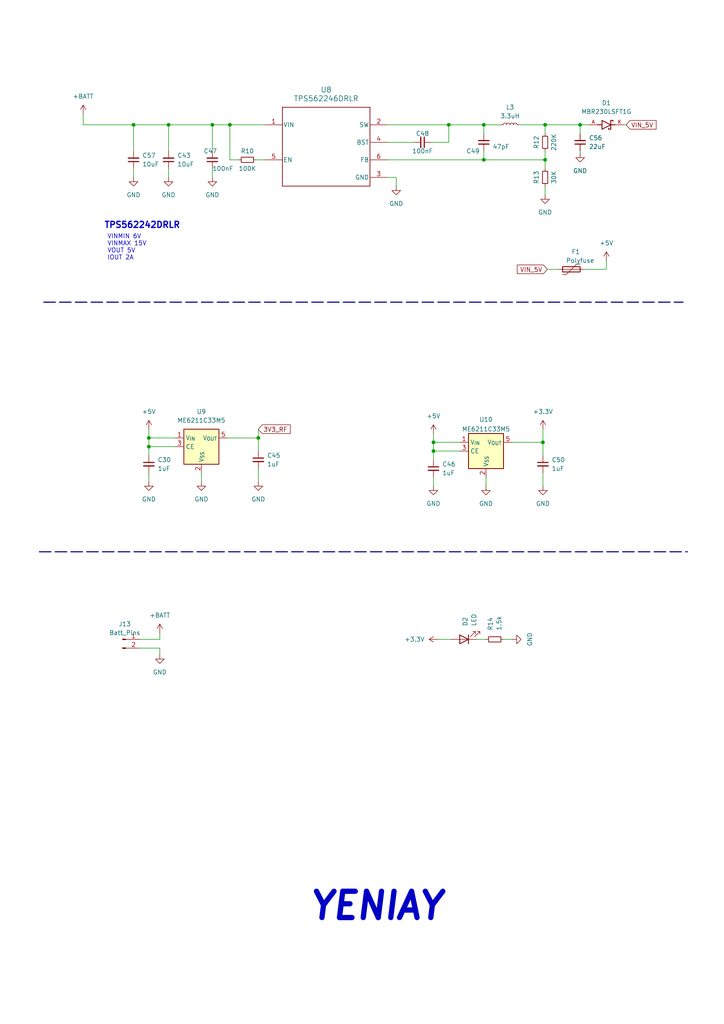
<source format=kicad_sch>
(kicad_sch (version 20231120) (generator "eeschema") (generator_version "8.0")
  (paper "A4" portrait)
  (title_block (title "POWER SECTION"))
  (lib_symbols
    (symbol "2025-02-12_17-10-08:TPS562246DRLR" (pin_names (offset 0.254))
      (property "Reference" "U8" (at 17.78 10.16 0))
      (property "Value" "TPS562246DRLR" (at 17.78 7.62 0))
      (symbol "TPS562246DRLR_0_1"
        (polyline (pts (xy 5.08 -17.78) (xy 30.48 -17.78)) (stroke (width 0.2032)))
        (polyline (pts (xy 5.08 5.08) (xy 5.08 -17.78)) (stroke (width 0.2032)))
        (polyline (pts (xy 30.48 -17.78) (xy 30.48 5.08)) (stroke (width 0.2032)))
        (polyline (pts (xy 30.48 5.08) (xy 5.08 5.08)) (stroke (width 0.2032)))
        (pin power_in line (at 0 0 0) (length 5.08) (name "VIN") (number "1"))
        (pin power_in line (at 35.56 -15.24 180) (length 5.08) (name "GND") (number "3"))
        (pin input line (at 0 -10.16 0) (length 5.08) (name "EN") (number "5"))
      )
      (symbol "TPS562246DRLR_1_1"
        (pin output line (at 35.56 0 180) (length 5.08) (name "SW") (number "2"))
        (pin output line (at 35.56 -5.08 180) (length 5.08) (name "BST") (number "4"))
        (pin output line (at 35.56 -10.16 180) (length 5.08) (name "FB") (number "6"))
      )
    )
    (symbol "Connector:Conn_01x02_Pin" (pin_names (offset 1.016) hide)
      (property "Reference" "J" (at 0 2.54 0))
      (property "Value" "Conn_01x02_Pin" (at 0 -5.08 0))
      (symbol "Conn_01x02_Pin_1_1"
        (polyline (pts (xy 1.27 -2.54) (xy 0.8636 -2.54)) (stroke (width 0.1524)))
        (polyline (pts (xy 1.27 0) (xy 0.8636 0)) (stroke (width 0.1524)))
        (rectangle (start 0.8636 -2.413) (end 0 -2.667) (stroke (width 0.1524)) (fill (type outline)))
        (rectangle (start 0.8636 0.127) (end 0 -0.127) (stroke (width 0.1524)) (fill (type outline)))
        (pin passive line (at 5.08 0 180) (length 3.81) (name "Pin_1") (number "1"))
        (pin passive line (at 5.08 -2.54 180) (length 3.81) (name "Pin_2") (number "2"))
      )
    )
    (symbol "Device:C_Small" (pin_numbers hide) (pin_names (offset 0.254) hide)
      (property "Reference" "C" (at 0.254 1.778 0))
      (property "Value" "C_Small" (at 0.254 -2.032 0))
      (symbol "C_Small_0_1"
        (polyline (pts (xy -1.524 -0.508) (xy 1.524 -0.508)) (stroke (width 0.3302)))
        (polyline (pts (xy -1.524 0.508) (xy 1.524 0.508)) (stroke (width 0.3048)))
      )
      (symbol "C_Small_1_1"
        (pin passive line (at 0 2.54 270) (length 2.032) (name "~") (number "1"))
        (pin passive line (at 0 -2.54 90) (length 2.032) (name "~") (number "2"))
      )
    )
    (symbol "Device:LED" (pin_numbers hide) (pin_names (offset 1.016) hide)
      (property "Reference" "D" (at 0 2.54 0))
      (property "Value" "LED" (at 0 -2.54 0))
      (symbol "LED_0_1"
        (polyline (pts (xy -1.27 -1.27) (xy -1.27 1.27)) (stroke (width 0.254)))
        (polyline (pts (xy -1.27 0) (xy 1.27 0)))
        (polyline (pts (xy 1.27 -1.27) (xy 1.27 1.27) (xy -1.27 0) (xy 1.27 -1.27)) (stroke (width 0.254)))
        (polyline (pts (xy -3.048 -0.762) (xy -4.572 -2.286) (xy -3.81 -2.286) (xy -4.572 -2.286) (xy -4.572 -1.524)))
        (polyline (pts (xy -1.778 -0.762) (xy -3.302 -2.286) (xy -2.54 -2.286) (xy -3.302 -2.286) (xy -3.302 -1.524)))
      )
      (symbol "LED_1_1"
        (pin passive line (at -3.81 0 0) (length 2.54) (name "K") (number "1"))
        (pin passive line (at 3.81 0 180) (length 2.54) (name "A") (number "2"))
      )
    )
    (symbol "Device:L_Small" (pin_numbers hide) (pin_names (offset 0.254) hide)
      (property "Reference" "L" (at 0.762 1.016 0))
      (property "Value" "L_Small" (at 0.762 -1.016 0))
      (symbol "L_Small_0_1"
        (arc (start 0 -2.032) (mid 0.5058 -1.524) (end 0 -1.016))
        (arc (start 0 -1.016) (mid 0.5058 -0.508) (end 0 0))
        (arc (start 0 0) (mid 0.5058 0.508) (end 0 1.016))
        (arc (start 0 1.016) (mid 0.5058 1.524) (end 0 2.032))
      )
      (symbol "L_Small_1_1"
        (pin passive line (at 0 2.54 270) (length 0.508) (name "~") (number "1"))
        (pin passive line (at 0 -2.54 90) (length 0.508) (name "~") (number "2"))
      )
    )
    (symbol "Device:Polyfuse" (pin_numbers hide) (pin_names (offset 0))
      (property "Reference" "F" (at -2.54 0 90))
      (property "Value" "Polyfuse" (at 2.54 0 90))
      (symbol "Polyfuse_0_1"
        (rectangle (start -0.762 2.54) (end 0.762 -2.54) (stroke (width 0.254)))
        (polyline (pts (xy 0 2.54) (xy 0 -2.54)))
        (polyline (pts (xy -1.524 2.54) (xy -1.524 1.524) (xy 1.524 -1.524) (xy 1.524 -2.54)))
      )
      (symbol "Polyfuse_1_1"
        (pin passive line (at 0 3.81 270) (length 1.27) (name "~") (number "1"))
        (pin passive line (at 0 -3.81 90) (length 1.27) (name "~") (number "2"))
      )
    )
    (symbol "Device:R_Small" (pin_numbers hide) (pin_names (offset 0.254) hide)
      (property "Reference" "R" (at 0.762 0.508 0))
      (property "Value" "R_Small" (at 0.762 -1.016 0))
      (symbol "R_Small_0_1"
        (rectangle (start -0.762 1.778) (end 0.762 -1.778) (stroke (width 0.2032)))
      )
      (symbol "R_Small_1_1"
        (pin passive line (at 0 2.54 270) (length 0.762) (name "~") (number "1"))
        (pin passive line (at 0 -2.54 90) (length 0.762) (name "~") (number "2"))
      )
    )
    (symbol "MBR230LSFT1G:MBR230LSFT1G" (pin_names (offset 1.016))
      (property "Reference" "D" (at -5.08 2.54 0))
      (property "Value" "MBR230LSFT1G" (at -5.08 -3.81 0))
      (symbol "MBR230LSFT1G_0_0"
        (polyline (pts (xy -2.54 0) (xy -1.27 0)) (stroke (width 0.254)))
        (polyline (pts (xy -1.27 -1.27) (xy 1.27 0)) (stroke (width 0.254)))
        (polyline (pts (xy -1.27 0) (xy -1.27 -1.27)) (stroke (width 0.254)))
        (polyline (pts (xy -1.27 1.27) (xy -1.27 0)) (stroke (width 0.254)))
        (polyline (pts (xy 0.635 -1.016) (xy 0.635 -1.27)) (stroke (width 0.254)))
        (polyline (pts (xy 1.27 -1.27) (xy 0.635 -1.27)) (stroke (width 0.254)))
        (polyline (pts (xy 1.27 0) (xy -1.27 1.27)) (stroke (width 0.254)))
        (polyline (pts (xy 1.27 0) (xy 1.27 -1.27)) (stroke (width 0.254)))
        (polyline (pts (xy 1.27 1.27) (xy 1.27 0)) (stroke (width 0.254)))
        (polyline (pts (xy 1.905 1.27) (xy 1.27 1.27)) (stroke (width 0.254)))
        (polyline (pts (xy 1.905 1.27) (xy 1.905 1.016)) (stroke (width 0.254)))
        (polyline (pts (xy 2.54 0) (xy 1.27 0)) (stroke (width 0.254)))
        (pin passive line (at -5.08 0 0) (length 2.54) (name "~") (number "A"))
        (pin passive line (at 5.08 0 180) (length 2.54) (name "~") (number "K"))
      )
    )
    (symbol "Regulator_Linear:ME6211C33M5"
      (property "Reference" "U" (at -4.572 6.35 0))
      (property "Value" "ME6211C33M5" (at 10.16 8.636 0))
      (symbol "ME6211C33M5_1_1"
        (rectangle (start -5.08 5.08) (end 5.08 -5.08) (stroke (width 0.254)) (fill (type background)))
        (pin power_in line (at -7.62 2.54 0) (length 2.54) (name "V_{IN}") (number "1"))
        (pin power_in line (at 0 -7.62 90) (length 2.54) (name "V_{SS}") (number "2"))
        (pin input line (at -7.62 0 0) (length 2.54) (name "CE") (number "3"))
        (pin no_connect line (at 5.08 0 180) (length 2.54) hide (name "NC") (number "4"))
        (pin power_out line (at 7.62 2.54 180) (length 2.54) (name "V_{OUT}") (number "5"))
      )
    )
    (symbol "power:+3.3V" (power) (pin_numbers hide) (pin_names (offset 0) hide)
      (property "Value" "+3.3V" (at 0 3.556 0))
      (symbol "+3.3V_0_1"
        (polyline (pts (xy -0.762 1.27) (xy 0 2.54)))
        (polyline (pts (xy 0 0) (xy 0 2.54)))
        (polyline (pts (xy 0 2.54) (xy 0.762 1.27)))
      )
      (symbol "+3.3V_1_1"
        (pin power_in line (at 0 0 90) (length 0) (name "~") (number "1"))
      )
    )
    (symbol "power:+5V" (power) (pin_numbers hide) (pin_names (offset 0) hide)
      (property "Value" "+5V" (at 0 3.556 0))
      (symbol "+5V_0_1"
        (polyline (pts (xy -0.762 1.27) (xy 0 2.54)))
        (polyline (pts (xy 0 0) (xy 0 2.54)))
        (polyline (pts (xy 0 2.54) (xy 0.762 1.27)))
      )
      (symbol "+5V_1_1"
        (pin power_in line (at 0 0 90) (length 0) (name "~") (number "1"))
      )
    )
    (symbol "power:+BATT" (power) (pin_numbers hide) (pin_names (offset 0) hide)
      (property "Value" "+BATT" (at 0 3.556 0))
      (symbol "+BATT_0_1"
        (polyline (pts (xy -0.762 1.27) (xy 0 2.54)))
        (polyline (pts (xy 0 0) (xy 0 2.54)))
        (polyline (pts (xy 0 2.54) (xy 0.762 1.27)))
      )
      (symbol "+BATT_1_1"
        (pin power_in line (at 0 0 90) (length 0) (name "~") (number "1"))
      )
    )
    (symbol "power:GND" (power) (pin_numbers hide) (pin_names (offset 0) hide)
      (property "Value" "GND" (at 0 -3.81 0))
      (symbol "GND_0_1"
        (polyline (pts (xy 0 0) (xy 0 -1.27) (xy 1.27 -1.27) (xy 0 -2.54) (xy -1.27 -1.27) (xy 0 -1.27)))
      )
      (symbol "GND_1_1"
        (pin power_in line (at 0 0 270) (length 0) (name "~") (number "1"))
      )
    )
  )
  (junction (at 43.18 129.54))
  (junction (at 158.115 46.355))
  (junction (at 66.675 36.195))
  (junction (at 48.895 36.195))
  (junction (at 74.93 127))
  (junction (at 168.275 36.195))
  (junction (at 140.335 36.195))
  (junction (at 157.48 128.27))
  (junction (at 158.115 36.195))
  (junction (at 43.18 127))
  (junction (at 38.735 36.195))
  (junction (at 130.175 36.195))
  (junction (at 61.595 36.195))
  (junction (at 125.73 128.27))
  (junction (at 140.335 46.355))
  (junction (at 125.73 130.81))
  (wire (pts (xy 112.395 51.435) (xy 114.935 51.435)))
  (wire (pts (xy 112.395 36.195) (xy 130.175 36.195)))
  (wire (pts (xy 69.215 46.355) (xy 66.675 46.355)))
  (wire (pts (xy 140.335 38.735) (xy 140.335 36.195)))
  (wire (pts (xy 158.75 78.105) (xy 161.925 78.105)))
  (wire (pts (xy 74.93 135.89) (xy 74.93 139.7)))
  (wire (pts (xy 157.48 124.46) (xy 157.48 128.27)))
  (wire (pts (xy 40.64 187.96) (xy 46.355 187.96)))
  (wire (pts (xy 130.175 36.195) (xy 140.335 36.195)))
  (wire (pts (xy 61.595 36.195) (xy 66.675 36.195)))
  (wire (pts (xy 130.175 41.275) (xy 130.175 36.195)))
  (wire (pts (xy 157.48 128.27) (xy 157.48 132.08)))
  (wire (pts (xy 125.73 133.35) (xy 125.73 130.81)))
  (wire (pts (xy 24.13 33.02) (xy 24.13 36.195)))
  (wire (pts (xy 157.48 137.16) (xy 157.48 140.97)))
  (wire (pts (xy 169.545 78.105) (xy 175.895 78.105)))
  (wire (pts (xy 46.355 187.96) (xy 46.355 189.865)))
  (wire (pts (xy 125.73 138.43) (xy 125.73 140.97)))
  (wire (pts (xy 43.18 124.46) (xy 43.18 127)))
  (wire (pts (xy 38.735 36.195) (xy 48.895 36.195)))
  (wire (pts (xy 158.115 43.815) (xy 158.115 46.355)))
  (wire (pts (xy 48.895 48.895) (xy 48.895 51.435)))
  (wire (pts (xy 150.495 36.195) (xy 158.115 36.195)))
  (wire (pts (xy 43.18 129.54) (xy 50.8 129.54)))
  (wire (pts (xy 43.18 132.08) (xy 43.18 129.54)))
  (wire (pts (xy 145.415 36.195) (xy 140.335 36.195)))
  (wire (pts (xy 48.895 36.195) (xy 48.895 43.815)))
  (wire (pts (xy 125.73 128.27) (xy 133.35 128.27)))
  (wire (pts (xy 61.595 48.895) (xy 61.595 51.435)))
  (wire (pts (xy 114.935 51.435) (xy 114.935 53.975)))
  (wire (pts (xy 38.735 36.195) (xy 38.735 43.815)))
  (wire (pts (xy 158.115 46.355) (xy 158.115 48.895)))
  (wire (pts (xy 168.275 43.815) (xy 168.275 44.45)))
  (wire (pts (xy 138.43 185.42) (xy 140.97 185.42)))
  (wire (pts (xy 168.275 36.195) (xy 170.815 36.195)))
  (wire (pts (xy 158.115 36.195) (xy 158.115 38.735)))
  (bus (pts (xy 11.43 160.02) (xy 199.39 160.02)) (stroke (width 0) (type dash)))
  (wire (pts (xy 24.13 36.195) (xy 38.735 36.195)))
  (wire (pts (xy 125.73 130.81) (xy 133.35 130.81)))
  (wire (pts (xy 66.675 36.195) (xy 76.835 36.195)))
  (wire (pts (xy 112.395 46.355) (xy 140.335 46.355)))
  (bus (pts (xy 12.7 87.63) (xy 198.12 87.63)) (stroke (width 0) (type dash)))
  (wire (pts (xy 180.975 36.195) (xy 181.61 36.195)))
  (wire (pts (xy 43.18 127) (xy 50.8 127)))
  (wire (pts (xy 175.895 75.565) (xy 175.895 78.105)))
  (wire (pts (xy 125.73 128.27) (xy 125.73 130.81)))
  (wire (pts (xy 74.295 46.355) (xy 76.835 46.355)))
  (wire (pts (xy 125.095 41.275) (xy 130.175 41.275)))
  (wire (pts (xy 140.335 43.815) (xy 140.335 46.355)))
  (wire (pts (xy 112.395 41.275) (xy 120.015 41.275)))
  (wire (pts (xy 148.59 128.27) (xy 157.48 128.27)))
  (wire (pts (xy 61.595 36.195) (xy 61.595 43.815)))
  (wire (pts (xy 46.355 185.42) (xy 46.355 183.515)))
  (wire (pts (xy 66.04 127) (xy 74.93 127)))
  (wire (pts (xy 43.18 127) (xy 43.18 129.54)))
  (wire (pts (xy 146.05 185.42) (xy 148.59 185.42)))
  (wire (pts (xy 38.735 48.895) (xy 38.735 51.435)))
  (wire (pts (xy 66.675 46.355) (xy 66.675 36.195)))
  (wire (pts (xy 43.18 137.16) (xy 43.18 139.7)))
  (wire (pts (xy 74.93 124.46) (xy 74.93 127)))
  (wire (pts (xy 74.93 127) (xy 74.93 130.81)))
  (wire (pts (xy 158.115 36.195) (xy 168.275 36.195)))
  (wire (pts (xy 127 185.42) (xy 130.81 185.42)))
  (wire (pts (xy 158.115 53.975) (xy 158.115 56.515)))
  (wire (pts (xy 48.895 36.195) (xy 61.595 36.195)))
  (wire (pts (xy 58.42 137.16) (xy 58.42 139.7)))
  (wire (pts (xy 140.335 46.355) (xy 158.115 46.355)))
  (wire (pts (xy 140.97 138.43) (xy 140.97 140.97)))
  (wire (pts (xy 168.275 38.735) (xy 168.275 36.195)))
  (wire (pts (xy 125.73 125.73) (xy 125.73 128.27)))
  (wire (pts (xy 40.64 185.42) (xy 46.355 185.42)))
  (text "YENIAY" (at 109.22 262.89 0) (effects (font (size 7.62 7.62) (bold yes) (italic yes))))
  (text "VINMIN 6V\nVINMAX 15V\nVOUT 5V\nIOUT 2A" (at 31.115 71.755 0) (effects (font (size 1.27 1.27)) (justify left)))
  (text "TPS562242DRLR" (at 41.275 65.405 0) (effects (font (size 1.778 1.778) (thickness 0.3556) (bold yes))))
  (global_label "VIN_5V" (shape input) (at 181.61 36.195 0) (property "Intersheetrefs" "${INTERSHEET_REFS}" (effects (hide yes))))
  (global_label "VIN_5V" (shape input) (at 158.75 78.105 180) (property "Intersheetrefs" "${INTERSHEET_REFS}" (effects (hide yes))))
  (global_label "3V3_RF" (shape input) (at 74.93 124.46 0) (property "Intersheetrefs" "${INTERSHEET_REFS}" (effects (hide yes))))
  (symbol (lib_id "2025-02-12_17-10-08:TPS562246DRLR") (at 76.835 36.195 0) (unit 1)
    (property "Reference" "U8" (at 94.615 26.035 0) (effects (font (size 1.524 1.524))))
    (property "Value" "TPS562246DRLR" (at 94.615 28.575 0) (effects (font (size 1.524 1.524))))
    (property "Footprint" "TPS562246DRLR:DRL0006A-MFG" (effects (hide yes)))
    (property "Datasheet" "TPS562246DRLR" (effects (hide yes)))
  )
  (symbol (lib_id "power:GND") (at 58.42 139.7 0) (unit 1)
    (property "Reference" "#PWR070" (effects (hide yes)))
    (property "Value" "GND" (at 58.42 144.78 0))
    (property "Description" "Power symbol creates a global label with name \"GND\" , ground" (effects (hide yes)))
  )
  (symbol (lib_id "Device:C_Small") (at 168.275 41.275 180) (unit 1)
    (property "Reference" "C56" (at 170.815 39.9985 0) (effects (justify right)))
    (property "Value" "22uF" (at 170.815 42.5385 0) (effects (justify right)))
    (property "Footprint" "Capacitor_SMD:C_0805_2012Metric" (effects (hide yes)))
    (property "Description" "Unpolarized capacitor, small symbol" (effects (hide yes)))
  )
  (symbol (lib_id "Device:R_Small") (at 158.115 41.275 0) (unit 1)
    (property "Reference" "R12" (at 155.575 41.275 90))
    (property "Value" "220K" (at 160.655 41.275 90))
    (property "Footprint" "Resistor_SMD:R_0603_1608Metric" (effects (hide yes)))
    (property "Description" "Resistor, small symbol" (effects (hide yes)))
  )
  (symbol (lib_id "power:+5V") (at 125.73 125.73 0) (unit 1)
    (property "Reference" "#PWR085" (effects (hide yes)))
    (property "Value" "+5V" (at 125.73 120.65 0))
    (property "Description" "Power symbol creates a global label with name \"+5V\"" (effects (hide yes)))
  )
  (symbol (lib_id "power:GND") (at 74.93 139.7 0) (unit 1)
    (property "Reference" "#PWR084" (effects (hide yes)))
    (property "Value" "GND" (at 74.93 144.78 0))
    (property "Description" "Power symbol creates a global label with name \"GND\" , ground" (effects (hide yes)))
  )
  (symbol (lib_id "power:GND") (at 168.275 44.45 0) (unit 1)
    (property "Reference" "#PWR0100" (effects (hide yes)))
    (property "Value" "GND" (at 168.275 49.53 0))
    (property "Description" "Power symbol creates a global label with name \"GND\" , ground" (effects (hide yes)))
  )
  (symbol (lib_id "power:GND") (at 43.18 139.7 0) (unit 1)
    (property "Reference" "#PWR071" (effects (hide yes)))
    (property "Value" "GND" (at 43.18 144.78 0))
    (property "Description" "Power symbol creates a global label with name \"GND\" , ground" (effects (hide yes)))
  )
  (symbol (lib_id "power:GND") (at 38.735 51.435 0) (unit 1)
    (property "Reference" "#PWR0105" (effects (hide yes)))
    (property "Value" "GND" (at 38.735 56.515 0))
    (property "Description" "Power symbol creates a global label with name \"GND\" , ground" (effects (hide yes)))
  )
  (symbol (lib_id "Device:C_Small") (at 157.48 134.62 0) (unit 1)
    (property "Reference" "C50" (at 160.02 133.3562 0) (effects (justify left)))
    (property "Value" "1uF" (at 160.02 135.8962 0) (effects (justify left)))
    (property "Footprint" "Capacitor_SMD:C_0805_2012Metric" (effects (hide yes)))
    (property "Description" "Unpolarized capacitor, small symbol" (effects (hide yes)))
  )
  (symbol (lib_id "power:GND") (at 114.935 53.975 0) (unit 1)
    (property "Reference" "#PWR0103" (effects (hide yes)))
    (property "Value" "GND" (at 114.935 59.055 0))
    (property "Description" "Power symbol creates a global label with name \"GND\" , ground" (effects (hide yes)))
  )
  (symbol (lib_id "Device:R_Small") (at 71.755 46.355 270) (unit 1)
    (property "Reference" "R10" (at 71.755 43.815 90))
    (property "Value" "100K" (at 71.755 48.895 90))
    (property "Footprint" "Resistor_SMD:R_0603_1608Metric" (effects (hide yes)))
    (property "Description" "Resistor, small symbol" (effects (hide yes)))
  )
  (symbol (lib_id "power:GND") (at 125.73 140.97 0) (unit 1)
    (property "Reference" "#PWR093" (effects (hide yes)))
    (property "Value" "GND" (at 125.73 146.05 0))
    (property "Description" "Power symbol creates a global label with name \"GND\" , ground" (effects (hide yes)))
  )
  (symbol (lib_id "power:+3.3V") (at 157.48 124.46 0) (unit 1)
    (property "Reference" "#PWR072" (effects (hide yes)))
    (property "Value" "+3.3V" (at 157.48 119.38 0))
    (property "Description" "Power symbol creates a global label with name \"+3.3V\"" (effects (hide yes)))
  )
  (symbol (lib_id "power:GND") (at 158.115 56.515 0) (unit 1)
    (property "Reference" "#PWR099" (effects (hide yes)))
    (property "Value" "GND" (at 158.115 61.595 0))
    (property "Description" "Power symbol creates a global label with name \"GND\" , ground" (effects (hide yes)))
  )
  (symbol (lib_id "Device:C_Small") (at 43.18 134.62 0) (unit 1)
    (property "Reference" "C30" (at 45.72 133.3562 0) (effects (justify left)))
    (property "Value" "1uF" (at 45.72 135.8962 0) (effects (justify left)))
    (property "Footprint" "Capacitor_SMD:C_0805_2012Metric" (effects (hide yes)))
    (property "Description" "Unpolarized capacitor, small symbol" (effects (hide yes)))
  )
  (symbol (lib_id "Device:C_Small") (at 140.335 41.275 180) (unit 1)
    (property "Reference" "C49" (at 135.255 43.815 0) (effects (justify right)))
    (property "Value" "47pF" (at 142.875 42.5385 0) (effects (justify right)))
    (property "Footprint" "Capacitor_SMD:C_0603_1608Metric" (effects (hide yes)))
    (property "Description" "Unpolarized capacitor, small symbol" (effects (hide yes)))
  )
  (symbol (lib_id "Device:C_Small") (at 74.93 133.35 0) (unit 1)
    (property "Reference" "C45" (at 77.47 132.0862 0) (effects (justify left)))
    (property "Value" "1uF" (at 77.47 134.6262 0) (effects (justify left)))
    (property "Footprint" "Capacitor_SMD:C_0805_2012Metric" (effects (hide yes)))
    (property "Description" "Unpolarized capacitor, small symbol" (effects (hide yes)))
  )
  (symbol (lib_id "power:+BATT") (at 46.355 183.515 0) (unit 1)
    (property "Reference" "#PWR0107" (effects (hide yes)))
    (property "Value" "+BATT" (at 46.355 178.435 0))
    (property "Description" "Power symbol creates a global label with name \"+BATT\"" (effects (hide yes)))
  )
  (symbol (lib_id "Connector:Conn_01x02_Pin") (at 35.56 185.42 0) (unit 1)
    (property "Reference" "J13" (at 36.195 180.975 0))
    (property "Value" "Batt_Pins" (at 36.195 183.515 0))
    (property "Footprint" "Connector_PinSocket_2.54mm:PinSocket_1x02_P2.54mm_Vertical" (effects (hide yes)))
    (property "Description" "Generic connector, single row, 01x02, script generated" (effects (hide yes)))
  )
  (symbol (lib_id "Device:LED") (at 134.62 185.42 180) (unit 1)
    (property "Reference" "D2" (at 134.9374 181.61 90) (effects (justify right)))
    (property "Value" "LED" (at 137.4774 181.61 90) (effects (justify right)))
    (property "Footprint" "LED_SMD:LED_0603_1608Metric" (effects (hide yes)))
    (property "Description" "Light emitting diode" (effects (hide yes)))
  )
  (symbol (lib_id "power:GND") (at 140.97 140.97 0) (unit 1)
    (property "Reference" "#PWR094" (effects (hide yes)))
    (property "Value" "GND" (at 140.97 146.05 0))
    (property "Description" "Power symbol creates a global label with name \"GND\" , ground" (effects (hide yes)))
  )
  (symbol (lib_id "Device:Polyfuse") (at 165.735 78.105 90) (unit 1)
    (property "Reference" "F1" (at 167.005 73.025 90))
    (property "Value" "Polyfuse" (at 168.275 75.565 90))
    (property "Footprint" "Fuse:Fuse_1206_3216Metric" (effects (hide yes)))
    (property "Description" "Resettable fuse, polymeric positive temperature coefficient" (effects (hide yes)))
  )
  (symbol (lib_id "MBR230LSFT1G:MBR230LSFT1G") (at 175.895 36.195 0) (unit 1)
    (property "Reference" "D1" (at 175.895 29.845 0))
    (property "Value" "MBR230LSFT1G" (at 175.895 32.385 0))
    (property "Footprint" "MBR230LSFT1G:SODFL3619X98N" (effects (hide yes)))
    (property "MF" "ON Semiconductor" (effects (hide yes)))
    (property "MAXIMUM_PACKAGE_HEIGHT" "0.98mm" (effects (hide yes)))
    (property "Package" "SOD-123FL-2 ON Semiconductor" (effects (hide yes)))
    (property "Price" "None" (effects (hide yes)))
    (property "Check_prices" "https://www.snapeda.com/parts/MBR230LSFT1G/Onsemi/view-part/?ref=eda" (effects (hide yes)))
    (property "STANDARD" "IPC-7351B" (effects (hide yes)))
    (property "PARTREV" "1" (effects (hide yes)))
    (property "SnapEDA_Link" "https://www.snapeda.com/parts/MBR230LSFT1G/Onsemi/view-part/?ref=snap" (effects (hide yes)))
    (property "MP" "MBR230LSFT1G" (effects (hide yes)))
    (property "Description_1" "\n                        \n                            Diode Schottky 30 V 2A Surface Mount SOD-123FL\n                        \n" (effects (hide yes)))
    (property "MANUFACTURER" "Onsemi" (effects (hide yes)))
    (property "Availability" "In Stock" (effects (hide yes)))
    (property "SNAPEDA_PN" "MBR230LSFT1G" (effects (hide yes)))
  )
  (symbol (lib_id "Device:C_Small") (at 122.555 41.275 270) (unit 1)
    (property "Reference" "C48" (at 122.555 38.735 90))
    (property "Value" "100nF" (at 122.555 43.815 90))
    (property "Footprint" "Capacitor_SMD:C_0603_1608Metric" (effects (hide yes)))
    (property "Description" "Unpolarized capacitor, small symbol" (effects (hide yes)))
  )
  (symbol (lib_id "Device:R_Small") (at 143.51 185.42 270) (unit 1)
    (property "Reference" "R14" (at 142.2399 182.88 0) (effects (justify right)))
    (property "Value" "1.5k" (at 144.7799 182.88 0) (effects (justify right)))
    (property "Footprint" "Resistor_SMD:R_0603_1608Metric" (effects (hide yes)))
    (property "Description" "Resistor, small symbol" (effects (hide yes)))
  )
  (symbol (lib_id "power:GND") (at 48.895 51.435 0) (unit 1)
    (property "Reference" "#PWR021" (effects (hide yes)))
    (property "Value" "GND" (at 48.895 56.515 0))
    (property "Description" "Power symbol creates a global label with name \"GND\" , ground" (effects (hide yes)))
  )
  (symbol (lib_id "Device:L_Small") (at 147.955 36.195 90) (unit 1)
    (property "Reference" "L3" (at 147.955 31.115 90))
    (property "Value" "3.3uH" (at 147.955 33.655 90))
    (property "Footprint" "Inductor_SMD:L_Changjiang_FXL0650" (effects (hide yes)))
    (property "Description" "Inductor, small symbol" (effects (hide yes)))
  )
  (symbol (lib_id "power:GND") (at 61.595 51.435 0) (unit 1)
    (property "Reference" "#PWR022" (effects (hide yes)))
    (property "Value" "GND" (at 61.595 56.515 0))
    (property "Description" "Power symbol creates a global label with name \"GND\" , ground" (effects (hide yes)))
  )
  (symbol (lib_id "Device:R_Small") (at 158.115 51.435 0) (unit 1)
    (property "Reference" "R13" (at 155.575 51.435 90))
    (property "Value" "30K" (at 160.655 51.435 90))
    (property "Footprint" "Resistor_SMD:R_0603_1608Metric" (effects (hide yes)))
    (property "Description" "Resistor, small symbol" (effects (hide yes)))
  )
  (symbol (lib_id "power:+3.3V") (at 127 185.42 90) (unit 1)
    (property "Reference" "#PWR0110" (effects (hide yes)))
    (property "Value" "+3.3V" (at 123.19 185.4199 90) (effects (justify left)))
    (property "Description" "Power symbol creates a global label with name \"+3.3V\"" (effects (hide yes)))
  )
  (symbol (lib_id "power:GND") (at 46.355 189.865 0) (unit 1)
    (property "Reference" "#PWR0108" (effects (hide yes)))
    (property "Value" "GND" (at 46.355 194.945 0))
    (property "Description" "Power symbol creates a global label with name \"GND\" , ground" (effects (hide yes)))
  )
  (symbol (lib_id "power:+5V") (at 175.895 75.565 0) (unit 1)
    (property "Reference" "#PWR015" (effects (hide yes)))
    (property "Value" "+5V" (at 175.895 70.485 0))
    (property "Description" "Power symbol creates a global label with name \"+5V\"" (effects (hide yes)))
  )
  (symbol (lib_id "power:GND") (at 157.48 140.97 0) (unit 1)
    (property "Reference" "#PWR096" (effects (hide yes)))
    (property "Value" "GND" (at 157.48 146.05 0))
    (property "Description" "Power symbol creates a global label with name \"GND\" , ground" (effects (hide yes)))
  )
  (symbol (lib_id "Device:C_Small") (at 48.895 46.355 180) (unit 1)
    (property "Reference" "C43" (at 51.435 45.0785 0) (effects (justify right)))
    (property "Value" "10uF" (at 51.435 47.6185 0) (effects (justify right)))
    (property "Footprint" "Capacitor_SMD:C_1206_3216Metric" (effects (hide yes)))
    (property "Description" "Unpolarized capacitor, small symbol" (effects (hide yes)))
  )
  (symbol (lib_id "power:+BATT") (at 24.13 33.02 0) (unit 1)
    (property "Reference" "#PWR0104" (effects (hide yes)))
    (property "Value" "+BATT" (at 24.13 27.94 0))
    (property "Description" "Power symbol creates a global label with name \"+BATT\"" (effects (hide yes)))
  )
  (symbol (lib_id "Device:C_Small") (at 61.595 46.355 180) (unit 1)
    (property "Reference" "C47" (at 59.055 43.815 0) (effects (justify right)))
    (property "Value" "100nF" (at 61.595 48.895 0) (effects (justify right)))
    (property "Footprint" "Capacitor_SMD:C_1206_3216Metric" (effects (hide yes)))
    (property "Description" "Unpolarized capacitor, small symbol" (effects (hide yes)))
  )
  (symbol (lib_id "Device:C_Small") (at 38.735 46.355 180) (unit 1)
    (property "Reference" "C57" (at 41.275 45.0785 0) (effects (justify right)))
    (property "Value" "10uF" (at 41.275 47.6185 0) (effects (justify right)))
    (property "Footprint" "Capacitor_SMD:C_1206_3216Metric" (effects (hide yes)))
    (property "Description" "Unpolarized capacitor, small symbol" (effects (hide yes)))
  )
  (symbol (lib_id "Regulator_Linear:ME6211C33M5") (at 58.42 129.54 0) (unit 1)
    (property "Reference" "U9" (at 58.42 119.38 0))
    (property "Value" "ME6211C33M5" (at 58.42 121.92 0))
    (property "Footprint" "Package_TO_SOT_SMD:SOT-23-5" (effects (hide yes)))
    (property "Datasheet" "https://www.lcsc.com/datasheet/lcsc_datasheet_2304140030_MICRONE-Nanjing-Micro-One-Elec-ME6211C33R5G_C235316.pdf" (effects (hide yes)))
    (property "Description" "500mA low dropout linear regulator, shutdown pin, 6.5V max input voltage, 3.3V fixed positive output, SOT-23-5" (effects (hide yes)))
  )
  (symbol (lib_id "power:GND") (at 148.59 185.42 90) (unit 1)
    (property "Reference" "#PWR0109" (effects (hide yes)))
    (property "Value" "GND" (at 153.67 185.42 0))
    (property "Description" "Power symbol creates a global label with name \"GND\" , ground" (effects (hide yes)))
  )
  (symbol (lib_id "power:+5V") (at 43.18 124.46 0) (unit 1)
    (property "Reference" "#PWR069" (effects (hide yes)))
    (property "Value" "+5V" (at 43.18 119.38 0))
    (property "Description" "Power symbol creates a global label with name \"+5V\"" (effects (hide yes)))
  )
  (symbol (lib_id "Device:C_Small") (at 125.73 135.89 0) (unit 1)
    (property "Reference" "C46" (at 128.27 134.6262 0) (effects (justify left)))
    (property "Value" "1uF" (at 128.27 137.1662 0) (effects (justify left)))
    (property "Footprint" "Capacitor_SMD:C_0805_2012Metric" (effects (hide yes)))
    (property "Description" "Unpolarized capacitor, small symbol" (effects (hide yes)))
  )
  (symbol (lib_id "Regulator_Linear:ME6211C33M5") (at 140.97 130.81 0) (unit 1)
    (property "Reference" "U10" (at 140.97 121.666 0))
    (property "Value" "ME6211C33M5" (at 140.97 124.46 0))
    (property "Footprint" "Package_TO_SOT_SMD:SOT-23-5" (effects (hide yes)))
    (property "Datasheet" "https://www.lcsc.com/datasheet/lcsc_datasheet_2304140030_MICRONE-Nanjing-Micro-One-Elec-ME6211C33R5G_C235316.pdf" (effects (hide yes)))
    (property "Description" "500mA low dropout linear regulator, shutdown pin, 6.5V max input voltage, 3.3V fixed positive output, SOT-23-5" (effects (hide yes)))
  )
)
</source>
